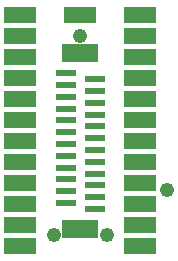
<source format=gts>
G75*
%MOIN*%
%OFA0B0*%
%FSLAX25Y25*%
%IPPOS*%
%LPD*%
%AMOC8*
5,1,8,0,0,1.08239X$1,22.5*
%
%ADD10R,0.12217X0.06312*%
%ADD11R,0.07099X0.02375*%
%ADD12R,0.10800X0.05800*%
%ADD13C,0.04800*%
D10*
X0036238Y0016486D03*
X0036238Y0075147D03*
D11*
X0031513Y0068454D03*
X0031513Y0064517D03*
X0031513Y0060580D03*
X0031513Y0056643D03*
X0031513Y0052706D03*
X0031513Y0048769D03*
X0031513Y0044832D03*
X0031513Y0040895D03*
X0031513Y0036958D03*
X0031513Y0033021D03*
X0031513Y0029084D03*
X0031513Y0025147D03*
X0040962Y0023178D03*
X0040962Y0027115D03*
X0040962Y0031052D03*
X0040962Y0034989D03*
X0040962Y0038927D03*
X0040962Y0042864D03*
X0040962Y0046801D03*
X0040962Y0050738D03*
X0040962Y0054675D03*
X0040962Y0058612D03*
X0040962Y0062549D03*
X0040962Y0066486D03*
D12*
X0016238Y0010816D03*
X0016238Y0017816D03*
X0016238Y0024816D03*
X0016238Y0031816D03*
X0016238Y0038816D03*
X0016238Y0045816D03*
X0016238Y0052816D03*
X0016238Y0059816D03*
X0016238Y0066816D03*
X0016238Y0073816D03*
X0016238Y0080816D03*
X0016238Y0087816D03*
X0036238Y0087816D03*
X0056238Y0087816D03*
X0056238Y0080816D03*
X0056238Y0073816D03*
X0056238Y0066816D03*
X0056238Y0059816D03*
X0056238Y0052816D03*
X0056238Y0045816D03*
X0056238Y0038816D03*
X0056238Y0031816D03*
X0056238Y0024816D03*
X0056238Y0017816D03*
X0056238Y0010816D03*
D13*
X0044988Y0014566D03*
X0027488Y0014566D03*
X0064988Y0029566D03*
X0036238Y0080816D03*
M02*

</source>
